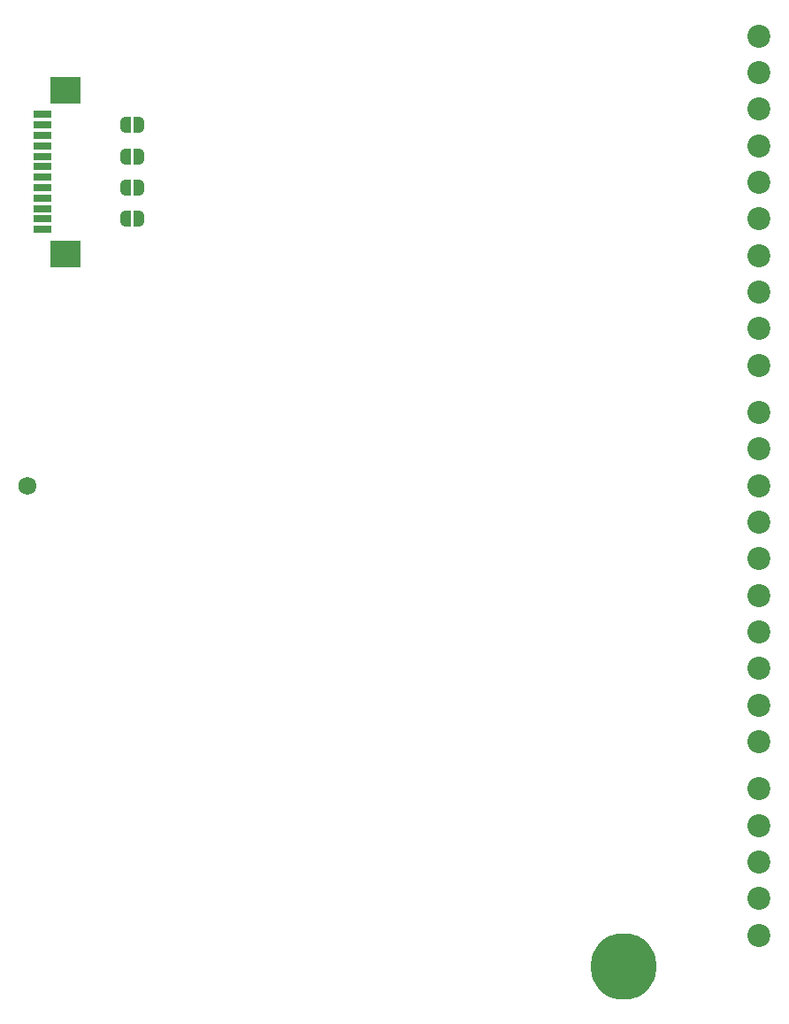
<source format=gbr>
%TF.GenerationSoftware,KiCad,Pcbnew,9.0.0*%
%TF.CreationDate,2025-03-09T11:05:24+03:00*%
%TF.ProjectId,PM_CNV-DI16_sink,504d5f43-4e56-42d4-9449-31365f73696e,rev?*%
%TF.SameCoordinates,Original*%
%TF.FileFunction,Soldermask,Bot*%
%TF.FilePolarity,Negative*%
%FSLAX46Y46*%
G04 Gerber Fmt 4.6, Leading zero omitted, Abs format (unit mm)*
G04 Created by KiCad (PCBNEW 9.0.0) date 2025-03-09 11:05:24*
%MOMM*%
%LPD*%
G01*
G04 APERTURE LIST*
G04 Aperture macros list*
%AMFreePoly0*
4,1,23,0.500000,-0.750000,0.000000,-0.750000,0.000000,-0.745722,-0.065263,-0.745722,-0.191342,-0.711940,-0.304381,-0.646677,-0.396677,-0.554381,-0.461940,-0.441342,-0.495722,-0.315263,-0.495722,-0.250000,-0.500000,-0.250000,-0.500000,0.250000,-0.495722,0.250000,-0.495722,0.315263,-0.461940,0.441342,-0.396677,0.554381,-0.304381,0.646677,-0.191342,0.711940,-0.065263,0.745722,0.000000,0.745722,
0.000000,0.750000,0.500000,0.750000,0.500000,-0.750000,0.500000,-0.750000,$1*%
%AMFreePoly1*
4,1,23,0.000000,0.745722,0.065263,0.745722,0.191342,0.711940,0.304381,0.646677,0.396677,0.554381,0.461940,0.441342,0.495722,0.315263,0.495722,0.250000,0.500000,0.250000,0.500000,-0.250000,0.495722,-0.250000,0.495722,-0.315263,0.461940,-0.441342,0.396677,-0.554381,0.304381,-0.646677,0.191342,-0.711940,0.065263,-0.745722,0.000000,-0.745722,0.000000,-0.750000,-0.500000,-0.750000,
-0.500000,0.750000,0.000000,0.750000,0.000000,0.745722,0.000000,0.745722,$1*%
G04 Aperture macros list end*
%ADD10C,2.200000*%
%ADD11C,1.725000*%
%ADD12O,6.350000X6.350000*%
%ADD13FreePoly0,0.000000*%
%ADD14FreePoly1,0.000000*%
%ADD15R,1.803400X0.635000*%
%ADD16R,2.997200X2.590800*%
G04 APERTURE END LIST*
D10*
%TO.C,J6*%
X35000000Y-43000000D03*
X35000000Y-39500000D03*
X35000000Y-36000000D03*
X35000000Y-32500000D03*
X35000000Y-29000000D03*
%TD*%
D11*
%TO.C,U6*%
X-35000000Y0D03*
%TD*%
D10*
%TO.C,J4*%
X35000000Y-24500000D03*
X35000000Y-21000000D03*
X35000000Y-17500000D03*
X35000000Y-14000000D03*
X35000000Y-10500000D03*
X35000000Y-7000000D03*
X35000000Y-3500000D03*
X35000000Y0D03*
X35000000Y3500000D03*
X35000000Y7000000D03*
%TD*%
D12*
%TO.C,PE1*%
X22000000Y-46000000D03*
%TD*%
D10*
%TO.C,J3*%
X35000000Y11500000D03*
X35000000Y15000000D03*
X35000000Y18500000D03*
X35000000Y22000000D03*
X35000000Y25500000D03*
X35000000Y29000000D03*
X35000000Y32500000D03*
X35000000Y36000000D03*
X35000000Y39500000D03*
X35000000Y43000000D03*
%TD*%
D13*
%TO.C,JP4*%
X-25650000Y25500000D03*
D14*
X-24350000Y25500000D03*
%TD*%
D13*
%TO.C,JP3*%
X-25650000Y28500000D03*
D14*
X-24350000Y28500000D03*
%TD*%
D15*
%TO.C,J11*%
X-33556000Y35499992D03*
X-33556000Y34499994D03*
X-33556000Y33499996D03*
X-33556000Y32499998D03*
X-33556000Y31500000D03*
X-33556000Y30500000D03*
X-33556000Y29500000D03*
X-33556000Y28500000D03*
X-33556000Y27500002D03*
X-33556000Y26500004D03*
X-33556000Y25500006D03*
X-33556000Y24500008D03*
D16*
X-31385999Y37850003D03*
X-31385999Y22149997D03*
%TD*%
D13*
%TO.C,JP2*%
X-25650000Y31500000D03*
D14*
X-24350000Y31500000D03*
%TD*%
D13*
%TO.C,JP1*%
X-25650000Y34500000D03*
D14*
X-24350000Y34500000D03*
%TD*%
M02*

</source>
